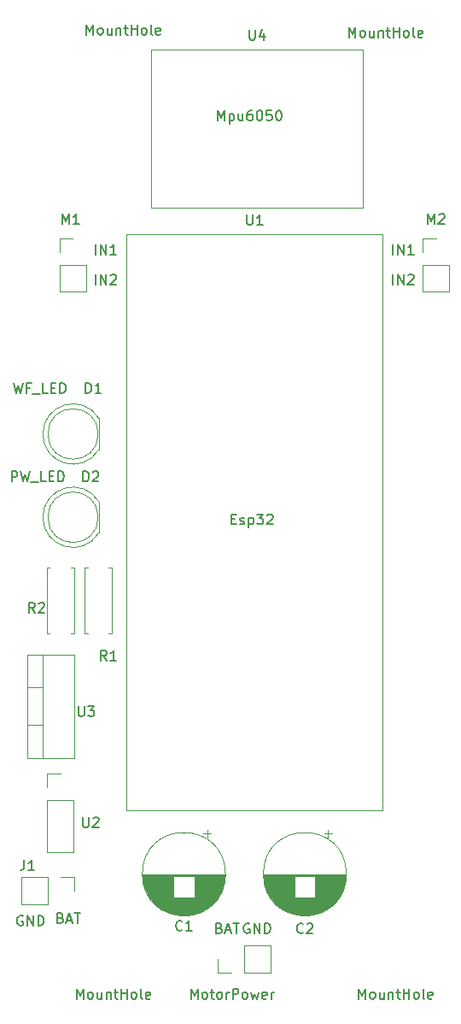
<source format=gbr>
%TF.GenerationSoftware,KiCad,Pcbnew,(6.0.1)*%
%TF.CreationDate,2022-11-21T11:07:04+09:00*%
%TF.ProjectId,Robot,526f626f-742e-46b6-9963-61645f706362,rev?*%
%TF.SameCoordinates,Original*%
%TF.FileFunction,Legend,Top*%
%TF.FilePolarity,Positive*%
%FSLAX46Y46*%
G04 Gerber Fmt 4.6, Leading zero omitted, Abs format (unit mm)*
G04 Created by KiCad (PCBNEW (6.0.1)) date 2022-11-21 11:07:04*
%MOMM*%
%LPD*%
G01*
G04 APERTURE LIST*
%ADD10C,0.200000*%
%ADD11C,0.150000*%
%ADD12C,0.120000*%
G04 APERTURE END LIST*
D10*
X140511904Y-124428571D02*
X140654761Y-124476190D01*
X140702380Y-124523809D01*
X140750000Y-124619047D01*
X140750000Y-124761904D01*
X140702380Y-124857142D01*
X140654761Y-124904761D01*
X140559523Y-124952380D01*
X140178571Y-124952380D01*
X140178571Y-123952380D01*
X140511904Y-123952380D01*
X140607142Y-124000000D01*
X140654761Y-124047619D01*
X140702380Y-124142857D01*
X140702380Y-124238095D01*
X140654761Y-124333333D01*
X140607142Y-124380952D01*
X140511904Y-124428571D01*
X140178571Y-124428571D01*
X141130952Y-124666666D02*
X141607142Y-124666666D01*
X141035714Y-124952380D02*
X141369047Y-123952380D01*
X141702380Y-124952380D01*
X141892857Y-123952380D02*
X142464285Y-123952380D01*
X142178571Y-124952380D02*
X142178571Y-123952380D01*
D11*
X135678571Y-81202380D02*
X135678571Y-80202380D01*
X136059523Y-80202380D01*
X136154761Y-80250000D01*
X136202380Y-80297619D01*
X136250000Y-80392857D01*
X136250000Y-80535714D01*
X136202380Y-80630952D01*
X136154761Y-80678571D01*
X136059523Y-80726190D01*
X135678571Y-80726190D01*
X136583333Y-80202380D02*
X136821428Y-81202380D01*
X137011904Y-80488095D01*
X137202380Y-81202380D01*
X137440476Y-80202380D01*
X137583333Y-81297619D02*
X138345238Y-81297619D01*
X139059523Y-81202380D02*
X138583333Y-81202380D01*
X138583333Y-80202380D01*
X139392857Y-80678571D02*
X139726190Y-80678571D01*
X139869047Y-81202380D02*
X139392857Y-81202380D01*
X139392857Y-80202380D01*
X139869047Y-80202380D01*
X140297619Y-81202380D02*
X140297619Y-80202380D01*
X140535714Y-80202380D01*
X140678571Y-80250000D01*
X140773809Y-80345238D01*
X140821428Y-80440476D01*
X140869047Y-80630952D01*
X140869047Y-80773809D01*
X140821428Y-80964285D01*
X140773809Y-81059523D01*
X140678571Y-81154761D01*
X140535714Y-81202380D01*
X140297619Y-81202380D01*
X135904761Y-71452380D02*
X136142857Y-72452380D01*
X136333333Y-71738095D01*
X136523809Y-72452380D01*
X136761904Y-71452380D01*
X137476190Y-71928571D02*
X137142857Y-71928571D01*
X137142857Y-72452380D02*
X137142857Y-71452380D01*
X137619047Y-71452380D01*
X137761904Y-72547619D02*
X138523809Y-72547619D01*
X139238095Y-72452380D02*
X138761904Y-72452380D01*
X138761904Y-71452380D01*
X139571428Y-71928571D02*
X139904761Y-71928571D01*
X140047619Y-72452380D02*
X139571428Y-72452380D01*
X139571428Y-71452380D01*
X140047619Y-71452380D01*
X140476190Y-72452380D02*
X140476190Y-71452380D01*
X140714285Y-71452380D01*
X140857142Y-71500000D01*
X140952380Y-71595238D01*
X141000000Y-71690476D01*
X141047619Y-71880952D01*
X141047619Y-72023809D01*
X141000000Y-72214285D01*
X140952380Y-72309523D01*
X140857142Y-72404761D01*
X140714285Y-72452380D01*
X140476190Y-72452380D01*
X159238095Y-125000000D02*
X159142857Y-124952380D01*
X159000000Y-124952380D01*
X158857142Y-125000000D01*
X158761904Y-125095238D01*
X158714285Y-125190476D01*
X158666666Y-125380952D01*
X158666666Y-125523809D01*
X158714285Y-125714285D01*
X158761904Y-125809523D01*
X158857142Y-125904761D01*
X159000000Y-125952380D01*
X159095238Y-125952380D01*
X159238095Y-125904761D01*
X159285714Y-125857142D01*
X159285714Y-125523809D01*
X159095238Y-125523809D01*
X159714285Y-125952380D02*
X159714285Y-124952380D01*
X160285714Y-125952380D01*
X160285714Y-124952380D01*
X160761904Y-125952380D02*
X160761904Y-124952380D01*
X161000000Y-124952380D01*
X161142857Y-125000000D01*
X161238095Y-125095238D01*
X161285714Y-125190476D01*
X161333333Y-125380952D01*
X161333333Y-125523809D01*
X161285714Y-125714285D01*
X161238095Y-125809523D01*
X161142857Y-125904761D01*
X161000000Y-125952380D01*
X160761904Y-125952380D01*
X144000000Y-61702380D02*
X144000000Y-60702380D01*
X144476190Y-61702380D02*
X144476190Y-60702380D01*
X145047619Y-61702380D01*
X145047619Y-60702380D01*
X145476190Y-60797619D02*
X145523809Y-60750000D01*
X145619047Y-60702380D01*
X145857142Y-60702380D01*
X145952380Y-60750000D01*
X146000000Y-60797619D01*
X146047619Y-60892857D01*
X146047619Y-60988095D01*
X146000000Y-61130952D01*
X145428571Y-61702380D01*
X146047619Y-61702380D01*
X173500000Y-58702380D02*
X173500000Y-57702380D01*
X173976190Y-58702380D02*
X173976190Y-57702380D01*
X174547619Y-58702380D01*
X174547619Y-57702380D01*
X175547619Y-58702380D02*
X174976190Y-58702380D01*
X175261904Y-58702380D02*
X175261904Y-57702380D01*
X175166666Y-57845238D01*
X175071428Y-57940476D01*
X174976190Y-57988095D01*
X156261904Y-125428571D02*
X156404761Y-125476190D01*
X156452380Y-125523809D01*
X156500000Y-125619047D01*
X156500000Y-125761904D01*
X156452380Y-125857142D01*
X156404761Y-125904761D01*
X156309523Y-125952380D01*
X155928571Y-125952380D01*
X155928571Y-124952380D01*
X156261904Y-124952380D01*
X156357142Y-125000000D01*
X156404761Y-125047619D01*
X156452380Y-125142857D01*
X156452380Y-125238095D01*
X156404761Y-125333333D01*
X156357142Y-125380952D01*
X156261904Y-125428571D01*
X155928571Y-125428571D01*
X156880952Y-125666666D02*
X157357142Y-125666666D01*
X156785714Y-125952380D02*
X157119047Y-124952380D01*
X157452380Y-125952380D01*
X157642857Y-124952380D02*
X158214285Y-124952380D01*
X157928571Y-125952380D02*
X157928571Y-124952380D01*
D10*
X156107142Y-45452380D02*
X156107142Y-44452380D01*
X156440476Y-45166666D01*
X156773809Y-44452380D01*
X156773809Y-45452380D01*
X157250000Y-44785714D02*
X157250000Y-45785714D01*
X157250000Y-44833333D02*
X157345238Y-44785714D01*
X157535714Y-44785714D01*
X157630952Y-44833333D01*
X157678571Y-44880952D01*
X157726190Y-44976190D01*
X157726190Y-45261904D01*
X157678571Y-45357142D01*
X157630952Y-45404761D01*
X157535714Y-45452380D01*
X157345238Y-45452380D01*
X157250000Y-45404761D01*
X158583333Y-44785714D02*
X158583333Y-45452380D01*
X158154761Y-44785714D02*
X158154761Y-45309523D01*
X158202380Y-45404761D01*
X158297619Y-45452380D01*
X158440476Y-45452380D01*
X158535714Y-45404761D01*
X158583333Y-45357142D01*
X159488095Y-44452380D02*
X159297619Y-44452380D01*
X159202380Y-44500000D01*
X159154761Y-44547619D01*
X159059523Y-44690476D01*
X159011904Y-44880952D01*
X159011904Y-45261904D01*
X159059523Y-45357142D01*
X159107142Y-45404761D01*
X159202380Y-45452380D01*
X159392857Y-45452380D01*
X159488095Y-45404761D01*
X159535714Y-45357142D01*
X159583333Y-45261904D01*
X159583333Y-45023809D01*
X159535714Y-44928571D01*
X159488095Y-44880952D01*
X159392857Y-44833333D01*
X159202380Y-44833333D01*
X159107142Y-44880952D01*
X159059523Y-44928571D01*
X159011904Y-45023809D01*
X160202380Y-44452380D02*
X160297619Y-44452380D01*
X160392857Y-44500000D01*
X160440476Y-44547619D01*
X160488095Y-44642857D01*
X160535714Y-44833333D01*
X160535714Y-45071428D01*
X160488095Y-45261904D01*
X160440476Y-45357142D01*
X160392857Y-45404761D01*
X160297619Y-45452380D01*
X160202380Y-45452380D01*
X160107142Y-45404761D01*
X160059523Y-45357142D01*
X160011904Y-45261904D01*
X159964285Y-45071428D01*
X159964285Y-44833333D01*
X160011904Y-44642857D01*
X160059523Y-44547619D01*
X160107142Y-44500000D01*
X160202380Y-44452380D01*
X161440476Y-44452380D02*
X160964285Y-44452380D01*
X160916666Y-44928571D01*
X160964285Y-44880952D01*
X161059523Y-44833333D01*
X161297619Y-44833333D01*
X161392857Y-44880952D01*
X161440476Y-44928571D01*
X161488095Y-45023809D01*
X161488095Y-45261904D01*
X161440476Y-45357142D01*
X161392857Y-45404761D01*
X161297619Y-45452380D01*
X161059523Y-45452380D01*
X160964285Y-45404761D01*
X160916666Y-45357142D01*
X162107142Y-44452380D02*
X162202380Y-44452380D01*
X162297619Y-44500000D01*
X162345238Y-44547619D01*
X162392857Y-44642857D01*
X162440476Y-44833333D01*
X162440476Y-45071428D01*
X162392857Y-45261904D01*
X162345238Y-45357142D01*
X162297619Y-45404761D01*
X162202380Y-45452380D01*
X162107142Y-45452380D01*
X162011904Y-45404761D01*
X161964285Y-45357142D01*
X161916666Y-45261904D01*
X161869047Y-45071428D01*
X161869047Y-44833333D01*
X161916666Y-44642857D01*
X161964285Y-44547619D01*
X162011904Y-44500000D01*
X162107142Y-44452380D01*
D11*
X144000000Y-58702380D02*
X144000000Y-57702380D01*
X144476190Y-58702380D02*
X144476190Y-57702380D01*
X145047619Y-58702380D01*
X145047619Y-57702380D01*
X146047619Y-58702380D02*
X145476190Y-58702380D01*
X145761904Y-58702380D02*
X145761904Y-57702380D01*
X145666666Y-57845238D01*
X145571428Y-57940476D01*
X145476190Y-57988095D01*
X173500000Y-61702380D02*
X173500000Y-60702380D01*
X173976190Y-61702380D02*
X173976190Y-60702380D01*
X174547619Y-61702380D01*
X174547619Y-60702380D01*
X174976190Y-60797619D02*
X175023809Y-60750000D01*
X175119047Y-60702380D01*
X175357142Y-60702380D01*
X175452380Y-60750000D01*
X175500000Y-60797619D01*
X175547619Y-60892857D01*
X175547619Y-60988095D01*
X175500000Y-61130952D01*
X174928571Y-61702380D01*
X175547619Y-61702380D01*
D10*
X157476190Y-84928571D02*
X157809523Y-84928571D01*
X157952380Y-85452380D02*
X157476190Y-85452380D01*
X157476190Y-84452380D01*
X157952380Y-84452380D01*
X158333333Y-85404761D02*
X158428571Y-85452380D01*
X158619047Y-85452380D01*
X158714285Y-85404761D01*
X158761904Y-85309523D01*
X158761904Y-85261904D01*
X158714285Y-85166666D01*
X158619047Y-85119047D01*
X158476190Y-85119047D01*
X158380952Y-85071428D01*
X158333333Y-84976190D01*
X158333333Y-84928571D01*
X158380952Y-84833333D01*
X158476190Y-84785714D01*
X158619047Y-84785714D01*
X158714285Y-84833333D01*
X159190476Y-84785714D02*
X159190476Y-85785714D01*
X159190476Y-84833333D02*
X159285714Y-84785714D01*
X159476190Y-84785714D01*
X159571428Y-84833333D01*
X159619047Y-84880952D01*
X159666666Y-84976190D01*
X159666666Y-85261904D01*
X159619047Y-85357142D01*
X159571428Y-85404761D01*
X159476190Y-85452380D01*
X159285714Y-85452380D01*
X159190476Y-85404761D01*
X160000000Y-84452380D02*
X160619047Y-84452380D01*
X160285714Y-84833333D01*
X160428571Y-84833333D01*
X160523809Y-84880952D01*
X160571428Y-84928571D01*
X160619047Y-85023809D01*
X160619047Y-85261904D01*
X160571428Y-85357142D01*
X160523809Y-85404761D01*
X160428571Y-85452380D01*
X160142857Y-85452380D01*
X160047619Y-85404761D01*
X160000000Y-85357142D01*
X161000000Y-84547619D02*
X161047619Y-84500000D01*
X161142857Y-84452380D01*
X161380952Y-84452380D01*
X161476190Y-84500000D01*
X161523809Y-84547619D01*
X161571428Y-84642857D01*
X161571428Y-84738095D01*
X161523809Y-84880952D01*
X160952380Y-85452380D01*
X161571428Y-85452380D01*
X136773095Y-124250000D02*
X136677857Y-124202380D01*
X136535000Y-124202380D01*
X136392142Y-124250000D01*
X136296904Y-124345238D01*
X136249285Y-124440476D01*
X136201666Y-124630952D01*
X136201666Y-124773809D01*
X136249285Y-124964285D01*
X136296904Y-125059523D01*
X136392142Y-125154761D01*
X136535000Y-125202380D01*
X136630238Y-125202380D01*
X136773095Y-125154761D01*
X136820714Y-125107142D01*
X136820714Y-124773809D01*
X136630238Y-124773809D01*
X137249285Y-125202380D02*
X137249285Y-124202380D01*
X137820714Y-125202380D01*
X137820714Y-124202380D01*
X138296904Y-125202380D02*
X138296904Y-124202380D01*
X138535000Y-124202380D01*
X138677857Y-124250000D01*
X138773095Y-124345238D01*
X138820714Y-124440476D01*
X138868333Y-124630952D01*
X138868333Y-124773809D01*
X138820714Y-124964285D01*
X138773095Y-125059523D01*
X138677857Y-125154761D01*
X138535000Y-125202380D01*
X138296904Y-125202380D01*
D11*
%TO.C,MotorPower*%
X153452380Y-132452380D02*
X153452380Y-131452380D01*
X153785714Y-132166666D01*
X154119047Y-131452380D01*
X154119047Y-132452380D01*
X154738095Y-132452380D02*
X154642857Y-132404761D01*
X154595238Y-132357142D01*
X154547619Y-132261904D01*
X154547619Y-131976190D01*
X154595238Y-131880952D01*
X154642857Y-131833333D01*
X154738095Y-131785714D01*
X154880952Y-131785714D01*
X154976190Y-131833333D01*
X155023809Y-131880952D01*
X155071428Y-131976190D01*
X155071428Y-132261904D01*
X155023809Y-132357142D01*
X154976190Y-132404761D01*
X154880952Y-132452380D01*
X154738095Y-132452380D01*
X155357142Y-131785714D02*
X155738095Y-131785714D01*
X155500000Y-131452380D02*
X155500000Y-132309523D01*
X155547619Y-132404761D01*
X155642857Y-132452380D01*
X155738095Y-132452380D01*
X156214285Y-132452380D02*
X156119047Y-132404761D01*
X156071428Y-132357142D01*
X156023809Y-132261904D01*
X156023809Y-131976190D01*
X156071428Y-131880952D01*
X156119047Y-131833333D01*
X156214285Y-131785714D01*
X156357142Y-131785714D01*
X156452380Y-131833333D01*
X156500000Y-131880952D01*
X156547619Y-131976190D01*
X156547619Y-132261904D01*
X156500000Y-132357142D01*
X156452380Y-132404761D01*
X156357142Y-132452380D01*
X156214285Y-132452380D01*
X156976190Y-132452380D02*
X156976190Y-131785714D01*
X156976190Y-131976190D02*
X157023809Y-131880952D01*
X157071428Y-131833333D01*
X157166666Y-131785714D01*
X157261904Y-131785714D01*
X157595238Y-132452380D02*
X157595238Y-131452380D01*
X157976190Y-131452380D01*
X158071428Y-131500000D01*
X158119047Y-131547619D01*
X158166666Y-131642857D01*
X158166666Y-131785714D01*
X158119047Y-131880952D01*
X158071428Y-131928571D01*
X157976190Y-131976190D01*
X157595238Y-131976190D01*
X158738095Y-132452380D02*
X158642857Y-132404761D01*
X158595238Y-132357142D01*
X158547619Y-132261904D01*
X158547619Y-131976190D01*
X158595238Y-131880952D01*
X158642857Y-131833333D01*
X158738095Y-131785714D01*
X158880952Y-131785714D01*
X158976190Y-131833333D01*
X159023809Y-131880952D01*
X159071428Y-131976190D01*
X159071428Y-132261904D01*
X159023809Y-132357142D01*
X158976190Y-132404761D01*
X158880952Y-132452380D01*
X158738095Y-132452380D01*
X159404761Y-131785714D02*
X159595238Y-132452380D01*
X159785714Y-131976190D01*
X159976190Y-132452380D01*
X160166666Y-131785714D01*
X160928571Y-132404761D02*
X160833333Y-132452380D01*
X160642857Y-132452380D01*
X160547619Y-132404761D01*
X160500000Y-132309523D01*
X160500000Y-131928571D01*
X160547619Y-131833333D01*
X160642857Y-131785714D01*
X160833333Y-131785714D01*
X160928571Y-131833333D01*
X160976190Y-131928571D01*
X160976190Y-132023809D01*
X160500000Y-132119047D01*
X161404761Y-132452380D02*
X161404761Y-131785714D01*
X161404761Y-131976190D02*
X161452380Y-131880952D01*
X161500000Y-131833333D01*
X161595238Y-131785714D01*
X161690476Y-131785714D01*
%TO.C,M1*%
X140690476Y-55702380D02*
X140690476Y-54702380D01*
X141023809Y-55416666D01*
X141357142Y-54702380D01*
X141357142Y-55702380D01*
X142357142Y-55702380D02*
X141785714Y-55702380D01*
X142071428Y-55702380D02*
X142071428Y-54702380D01*
X141976190Y-54845238D01*
X141880952Y-54940476D01*
X141785714Y-54988095D01*
%TO.C,J1*%
X136916666Y-118702380D02*
X136916666Y-119416666D01*
X136869047Y-119559523D01*
X136773809Y-119654761D01*
X136630952Y-119702380D01*
X136535714Y-119702380D01*
X137916666Y-119702380D02*
X137345238Y-119702380D01*
X137630952Y-119702380D02*
X137630952Y-118702380D01*
X137535714Y-118845238D01*
X137440476Y-118940476D01*
X137345238Y-118988095D01*
%TO.C,M2*%
X176940476Y-55702380D02*
X176940476Y-54702380D01*
X177273809Y-55416666D01*
X177607142Y-54702380D01*
X177607142Y-55702380D01*
X178035714Y-54797619D02*
X178083333Y-54750000D01*
X178178571Y-54702380D01*
X178416666Y-54702380D01*
X178511904Y-54750000D01*
X178559523Y-54797619D01*
X178607142Y-54892857D01*
X178607142Y-54988095D01*
X178559523Y-55130952D01*
X177988095Y-55702380D01*
X178607142Y-55702380D01*
%TO.C,MountHole*%
X169107142Y-37202380D02*
X169107142Y-36202380D01*
X169440476Y-36916666D01*
X169773809Y-36202380D01*
X169773809Y-37202380D01*
X170392857Y-37202380D02*
X170297619Y-37154761D01*
X170250000Y-37107142D01*
X170202380Y-37011904D01*
X170202380Y-36726190D01*
X170250000Y-36630952D01*
X170297619Y-36583333D01*
X170392857Y-36535714D01*
X170535714Y-36535714D01*
X170630952Y-36583333D01*
X170678571Y-36630952D01*
X170726190Y-36726190D01*
X170726190Y-37011904D01*
X170678571Y-37107142D01*
X170630952Y-37154761D01*
X170535714Y-37202380D01*
X170392857Y-37202380D01*
X171583333Y-36535714D02*
X171583333Y-37202380D01*
X171154761Y-36535714D02*
X171154761Y-37059523D01*
X171202380Y-37154761D01*
X171297619Y-37202380D01*
X171440476Y-37202380D01*
X171535714Y-37154761D01*
X171583333Y-37107142D01*
X172059523Y-36535714D02*
X172059523Y-37202380D01*
X172059523Y-36630952D02*
X172107142Y-36583333D01*
X172202380Y-36535714D01*
X172345238Y-36535714D01*
X172440476Y-36583333D01*
X172488095Y-36678571D01*
X172488095Y-37202380D01*
X172821428Y-36535714D02*
X173202380Y-36535714D01*
X172964285Y-36202380D02*
X172964285Y-37059523D01*
X173011904Y-37154761D01*
X173107142Y-37202380D01*
X173202380Y-37202380D01*
X173535714Y-37202380D02*
X173535714Y-36202380D01*
X173535714Y-36678571D02*
X174107142Y-36678571D01*
X174107142Y-37202380D02*
X174107142Y-36202380D01*
X174726190Y-37202380D02*
X174630952Y-37154761D01*
X174583333Y-37107142D01*
X174535714Y-37011904D01*
X174535714Y-36726190D01*
X174583333Y-36630952D01*
X174630952Y-36583333D01*
X174726190Y-36535714D01*
X174869047Y-36535714D01*
X174964285Y-36583333D01*
X175011904Y-36630952D01*
X175059523Y-36726190D01*
X175059523Y-37011904D01*
X175011904Y-37107142D01*
X174964285Y-37154761D01*
X174869047Y-37202380D01*
X174726190Y-37202380D01*
X175630952Y-37202380D02*
X175535714Y-37154761D01*
X175488095Y-37059523D01*
X175488095Y-36202380D01*
X176392857Y-37154761D02*
X176297619Y-37202380D01*
X176107142Y-37202380D01*
X176011904Y-37154761D01*
X175964285Y-37059523D01*
X175964285Y-36678571D01*
X176011904Y-36583333D01*
X176107142Y-36535714D01*
X176297619Y-36535714D01*
X176392857Y-36583333D01*
X176440476Y-36678571D01*
X176440476Y-36773809D01*
X175964285Y-36869047D01*
%TO.C,R1*%
X145083333Y-98952380D02*
X144750000Y-98476190D01*
X144511904Y-98952380D02*
X144511904Y-97952380D01*
X144892857Y-97952380D01*
X144988095Y-98000000D01*
X145035714Y-98047619D01*
X145083333Y-98142857D01*
X145083333Y-98285714D01*
X145035714Y-98380952D01*
X144988095Y-98428571D01*
X144892857Y-98476190D01*
X144511904Y-98476190D01*
X146035714Y-98952380D02*
X145464285Y-98952380D01*
X145750000Y-98952380D02*
X145750000Y-97952380D01*
X145654761Y-98095238D01*
X145559523Y-98190476D01*
X145464285Y-98238095D01*
%TO.C,C2*%
X164583333Y-125857142D02*
X164535714Y-125904761D01*
X164392857Y-125952380D01*
X164297619Y-125952380D01*
X164154761Y-125904761D01*
X164059523Y-125809523D01*
X164011904Y-125714285D01*
X163964285Y-125523809D01*
X163964285Y-125380952D01*
X164011904Y-125190476D01*
X164059523Y-125095238D01*
X164154761Y-125000000D01*
X164297619Y-124952380D01*
X164392857Y-124952380D01*
X164535714Y-125000000D01*
X164583333Y-125047619D01*
X164964285Y-125047619D02*
X165011904Y-125000000D01*
X165107142Y-124952380D01*
X165345238Y-124952380D01*
X165440476Y-125000000D01*
X165488095Y-125047619D01*
X165535714Y-125142857D01*
X165535714Y-125238095D01*
X165488095Y-125380952D01*
X164916666Y-125952380D01*
X165535714Y-125952380D01*
%TO.C,D1*%
X143011904Y-72452380D02*
X143011904Y-71452380D01*
X143250000Y-71452380D01*
X143392857Y-71500000D01*
X143488095Y-71595238D01*
X143535714Y-71690476D01*
X143583333Y-71880952D01*
X143583333Y-72023809D01*
X143535714Y-72214285D01*
X143488095Y-72309523D01*
X143392857Y-72404761D01*
X143250000Y-72452380D01*
X143011904Y-72452380D01*
X144535714Y-72452380D02*
X143964285Y-72452380D01*
X144250000Y-72452380D02*
X144250000Y-71452380D01*
X144154761Y-71595238D01*
X144059523Y-71690476D01*
X143964285Y-71738095D01*
%TO.C,MountHole*%
X170107142Y-132452380D02*
X170107142Y-131452380D01*
X170440476Y-132166666D01*
X170773809Y-131452380D01*
X170773809Y-132452380D01*
X171392857Y-132452380D02*
X171297619Y-132404761D01*
X171250000Y-132357142D01*
X171202380Y-132261904D01*
X171202380Y-131976190D01*
X171250000Y-131880952D01*
X171297619Y-131833333D01*
X171392857Y-131785714D01*
X171535714Y-131785714D01*
X171630952Y-131833333D01*
X171678571Y-131880952D01*
X171726190Y-131976190D01*
X171726190Y-132261904D01*
X171678571Y-132357142D01*
X171630952Y-132404761D01*
X171535714Y-132452380D01*
X171392857Y-132452380D01*
X172583333Y-131785714D02*
X172583333Y-132452380D01*
X172154761Y-131785714D02*
X172154761Y-132309523D01*
X172202380Y-132404761D01*
X172297619Y-132452380D01*
X172440476Y-132452380D01*
X172535714Y-132404761D01*
X172583333Y-132357142D01*
X173059523Y-131785714D02*
X173059523Y-132452380D01*
X173059523Y-131880952D02*
X173107142Y-131833333D01*
X173202380Y-131785714D01*
X173345238Y-131785714D01*
X173440476Y-131833333D01*
X173488095Y-131928571D01*
X173488095Y-132452380D01*
X173821428Y-131785714D02*
X174202380Y-131785714D01*
X173964285Y-131452380D02*
X173964285Y-132309523D01*
X174011904Y-132404761D01*
X174107142Y-132452380D01*
X174202380Y-132452380D01*
X174535714Y-132452380D02*
X174535714Y-131452380D01*
X174535714Y-131928571D02*
X175107142Y-131928571D01*
X175107142Y-132452380D02*
X175107142Y-131452380D01*
X175726190Y-132452380D02*
X175630952Y-132404761D01*
X175583333Y-132357142D01*
X175535714Y-132261904D01*
X175535714Y-131976190D01*
X175583333Y-131880952D01*
X175630952Y-131833333D01*
X175726190Y-131785714D01*
X175869047Y-131785714D01*
X175964285Y-131833333D01*
X176011904Y-131880952D01*
X176059523Y-131976190D01*
X176059523Y-132261904D01*
X176011904Y-132357142D01*
X175964285Y-132404761D01*
X175869047Y-132452380D01*
X175726190Y-132452380D01*
X176630952Y-132452380D02*
X176535714Y-132404761D01*
X176488095Y-132309523D01*
X176488095Y-131452380D01*
X177392857Y-132404761D02*
X177297619Y-132452380D01*
X177107142Y-132452380D01*
X177011904Y-132404761D01*
X176964285Y-132309523D01*
X176964285Y-131928571D01*
X177011904Y-131833333D01*
X177107142Y-131785714D01*
X177297619Y-131785714D01*
X177392857Y-131833333D01*
X177440476Y-131928571D01*
X177440476Y-132023809D01*
X176964285Y-132119047D01*
%TO.C,U1*%
X158988095Y-54782380D02*
X158988095Y-55591904D01*
X159035714Y-55687142D01*
X159083333Y-55734761D01*
X159178571Y-55782380D01*
X159369047Y-55782380D01*
X159464285Y-55734761D01*
X159511904Y-55687142D01*
X159559523Y-55591904D01*
X159559523Y-54782380D01*
X160559523Y-55782380D02*
X159988095Y-55782380D01*
X160273809Y-55782380D02*
X160273809Y-54782380D01*
X160178571Y-54925238D01*
X160083333Y-55020476D01*
X159988095Y-55068095D01*
%TO.C,U3*%
X142293095Y-103452380D02*
X142293095Y-104261904D01*
X142340714Y-104357142D01*
X142388333Y-104404761D01*
X142483571Y-104452380D01*
X142674047Y-104452380D01*
X142769285Y-104404761D01*
X142816904Y-104357142D01*
X142864523Y-104261904D01*
X142864523Y-103452380D01*
X143245476Y-103452380D02*
X143864523Y-103452380D01*
X143531190Y-103833333D01*
X143674047Y-103833333D01*
X143769285Y-103880952D01*
X143816904Y-103928571D01*
X143864523Y-104023809D01*
X143864523Y-104261904D01*
X143816904Y-104357142D01*
X143769285Y-104404761D01*
X143674047Y-104452380D01*
X143388333Y-104452380D01*
X143293095Y-104404761D01*
X143245476Y-104357142D01*
%TO.C,U2*%
X142738095Y-114452380D02*
X142738095Y-115261904D01*
X142785714Y-115357142D01*
X142833333Y-115404761D01*
X142928571Y-115452380D01*
X143119047Y-115452380D01*
X143214285Y-115404761D01*
X143261904Y-115357142D01*
X143309523Y-115261904D01*
X143309523Y-114452380D01*
X143738095Y-114547619D02*
X143785714Y-114500000D01*
X143880952Y-114452380D01*
X144119047Y-114452380D01*
X144214285Y-114500000D01*
X144261904Y-114547619D01*
X144309523Y-114642857D01*
X144309523Y-114738095D01*
X144261904Y-114880952D01*
X143690476Y-115452380D01*
X144309523Y-115452380D01*
%TO.C,R2*%
X137963333Y-94202380D02*
X137630000Y-93726190D01*
X137391904Y-94202380D02*
X137391904Y-93202380D01*
X137772857Y-93202380D01*
X137868095Y-93250000D01*
X137915714Y-93297619D01*
X137963333Y-93392857D01*
X137963333Y-93535714D01*
X137915714Y-93630952D01*
X137868095Y-93678571D01*
X137772857Y-93726190D01*
X137391904Y-93726190D01*
X138344285Y-93297619D02*
X138391904Y-93250000D01*
X138487142Y-93202380D01*
X138725238Y-93202380D01*
X138820476Y-93250000D01*
X138868095Y-93297619D01*
X138915714Y-93392857D01*
X138915714Y-93488095D01*
X138868095Y-93630952D01*
X138296666Y-94202380D01*
X138915714Y-94202380D01*
%TO.C,C1*%
X152583333Y-125607142D02*
X152535714Y-125654761D01*
X152392857Y-125702380D01*
X152297619Y-125702380D01*
X152154761Y-125654761D01*
X152059523Y-125559523D01*
X152011904Y-125464285D01*
X151964285Y-125273809D01*
X151964285Y-125130952D01*
X152011904Y-124940476D01*
X152059523Y-124845238D01*
X152154761Y-124750000D01*
X152297619Y-124702380D01*
X152392857Y-124702380D01*
X152535714Y-124750000D01*
X152583333Y-124797619D01*
X153535714Y-125702380D02*
X152964285Y-125702380D01*
X153250000Y-125702380D02*
X153250000Y-124702380D01*
X153154761Y-124845238D01*
X153059523Y-124940476D01*
X152964285Y-124988095D01*
%TO.C,D2*%
X142761904Y-81202380D02*
X142761904Y-80202380D01*
X143000000Y-80202380D01*
X143142857Y-80250000D01*
X143238095Y-80345238D01*
X143285714Y-80440476D01*
X143333333Y-80630952D01*
X143333333Y-80773809D01*
X143285714Y-80964285D01*
X143238095Y-81059523D01*
X143142857Y-81154761D01*
X143000000Y-81202380D01*
X142761904Y-81202380D01*
X143714285Y-80297619D02*
X143761904Y-80250000D01*
X143857142Y-80202380D01*
X144095238Y-80202380D01*
X144190476Y-80250000D01*
X144238095Y-80297619D01*
X144285714Y-80392857D01*
X144285714Y-80488095D01*
X144238095Y-80630952D01*
X143666666Y-81202380D01*
X144285714Y-81202380D01*
%TO.C,MountHole*%
X142107142Y-132452380D02*
X142107142Y-131452380D01*
X142440476Y-132166666D01*
X142773809Y-131452380D01*
X142773809Y-132452380D01*
X143392857Y-132452380D02*
X143297619Y-132404761D01*
X143250000Y-132357142D01*
X143202380Y-132261904D01*
X143202380Y-131976190D01*
X143250000Y-131880952D01*
X143297619Y-131833333D01*
X143392857Y-131785714D01*
X143535714Y-131785714D01*
X143630952Y-131833333D01*
X143678571Y-131880952D01*
X143726190Y-131976190D01*
X143726190Y-132261904D01*
X143678571Y-132357142D01*
X143630952Y-132404761D01*
X143535714Y-132452380D01*
X143392857Y-132452380D01*
X144583333Y-131785714D02*
X144583333Y-132452380D01*
X144154761Y-131785714D02*
X144154761Y-132309523D01*
X144202380Y-132404761D01*
X144297619Y-132452380D01*
X144440476Y-132452380D01*
X144535714Y-132404761D01*
X144583333Y-132357142D01*
X145059523Y-131785714D02*
X145059523Y-132452380D01*
X145059523Y-131880952D02*
X145107142Y-131833333D01*
X145202380Y-131785714D01*
X145345238Y-131785714D01*
X145440476Y-131833333D01*
X145488095Y-131928571D01*
X145488095Y-132452380D01*
X145821428Y-131785714D02*
X146202380Y-131785714D01*
X145964285Y-131452380D02*
X145964285Y-132309523D01*
X146011904Y-132404761D01*
X146107142Y-132452380D01*
X146202380Y-132452380D01*
X146535714Y-132452380D02*
X146535714Y-131452380D01*
X146535714Y-131928571D02*
X147107142Y-131928571D01*
X147107142Y-132452380D02*
X147107142Y-131452380D01*
X147726190Y-132452380D02*
X147630952Y-132404761D01*
X147583333Y-132357142D01*
X147535714Y-132261904D01*
X147535714Y-131976190D01*
X147583333Y-131880952D01*
X147630952Y-131833333D01*
X147726190Y-131785714D01*
X147869047Y-131785714D01*
X147964285Y-131833333D01*
X148011904Y-131880952D01*
X148059523Y-131976190D01*
X148059523Y-132261904D01*
X148011904Y-132357142D01*
X147964285Y-132404761D01*
X147869047Y-132452380D01*
X147726190Y-132452380D01*
X148630952Y-132452380D02*
X148535714Y-132404761D01*
X148488095Y-132309523D01*
X148488095Y-131452380D01*
X149392857Y-132404761D02*
X149297619Y-132452380D01*
X149107142Y-132452380D01*
X149011904Y-132404761D01*
X148964285Y-132309523D01*
X148964285Y-131928571D01*
X149011904Y-131833333D01*
X149107142Y-131785714D01*
X149297619Y-131785714D01*
X149392857Y-131833333D01*
X149440476Y-131928571D01*
X149440476Y-132023809D01*
X148964285Y-132119047D01*
%TO.C,U4*%
X159238095Y-36452380D02*
X159238095Y-37261904D01*
X159285714Y-37357142D01*
X159333333Y-37404761D01*
X159428571Y-37452380D01*
X159619047Y-37452380D01*
X159714285Y-37404761D01*
X159761904Y-37357142D01*
X159809523Y-37261904D01*
X159809523Y-36452380D01*
X160714285Y-36785714D02*
X160714285Y-37452380D01*
X160476190Y-36404761D02*
X160238095Y-37119047D01*
X160857142Y-37119047D01*
%TO.C,MountHole*%
X143107142Y-36952380D02*
X143107142Y-35952380D01*
X143440476Y-36666666D01*
X143773809Y-35952380D01*
X143773809Y-36952380D01*
X144392857Y-36952380D02*
X144297619Y-36904761D01*
X144250000Y-36857142D01*
X144202380Y-36761904D01*
X144202380Y-36476190D01*
X144250000Y-36380952D01*
X144297619Y-36333333D01*
X144392857Y-36285714D01*
X144535714Y-36285714D01*
X144630952Y-36333333D01*
X144678571Y-36380952D01*
X144726190Y-36476190D01*
X144726190Y-36761904D01*
X144678571Y-36857142D01*
X144630952Y-36904761D01*
X144535714Y-36952380D01*
X144392857Y-36952380D01*
X145583333Y-36285714D02*
X145583333Y-36952380D01*
X145154761Y-36285714D02*
X145154761Y-36809523D01*
X145202380Y-36904761D01*
X145297619Y-36952380D01*
X145440476Y-36952380D01*
X145535714Y-36904761D01*
X145583333Y-36857142D01*
X146059523Y-36285714D02*
X146059523Y-36952380D01*
X146059523Y-36380952D02*
X146107142Y-36333333D01*
X146202380Y-36285714D01*
X146345238Y-36285714D01*
X146440476Y-36333333D01*
X146488095Y-36428571D01*
X146488095Y-36952380D01*
X146821428Y-36285714D02*
X147202380Y-36285714D01*
X146964285Y-35952380D02*
X146964285Y-36809523D01*
X147011904Y-36904761D01*
X147107142Y-36952380D01*
X147202380Y-36952380D01*
X147535714Y-36952380D02*
X147535714Y-35952380D01*
X147535714Y-36428571D02*
X148107142Y-36428571D01*
X148107142Y-36952380D02*
X148107142Y-35952380D01*
X148726190Y-36952380D02*
X148630952Y-36904761D01*
X148583333Y-36857142D01*
X148535714Y-36761904D01*
X148535714Y-36476190D01*
X148583333Y-36380952D01*
X148630952Y-36333333D01*
X148726190Y-36285714D01*
X148869047Y-36285714D01*
X148964285Y-36333333D01*
X149011904Y-36380952D01*
X149059523Y-36476190D01*
X149059523Y-36761904D01*
X149011904Y-36857142D01*
X148964285Y-36904761D01*
X148869047Y-36952380D01*
X148726190Y-36952380D01*
X149630952Y-36952380D02*
X149535714Y-36904761D01*
X149488095Y-36809523D01*
X149488095Y-35952380D01*
X150392857Y-36904761D02*
X150297619Y-36952380D01*
X150107142Y-36952380D01*
X150011904Y-36904761D01*
X149964285Y-36809523D01*
X149964285Y-36428571D01*
X150011904Y-36333333D01*
X150107142Y-36285714D01*
X150297619Y-36285714D01*
X150392857Y-36333333D01*
X150440476Y-36428571D01*
X150440476Y-36523809D01*
X149964285Y-36619047D01*
D12*
%TO.C,MotorPower*%
X158745000Y-129830000D02*
X161345000Y-129830000D01*
X161345000Y-129830000D02*
X161345000Y-127170000D01*
X158745000Y-127170000D02*
X161345000Y-127170000D01*
X156145000Y-129830000D02*
X156145000Y-128500000D01*
X157475000Y-129830000D02*
X156145000Y-129830000D01*
X158745000Y-129830000D02*
X158745000Y-127170000D01*
%TO.C,M1*%
X140420000Y-58500000D02*
X140420000Y-57170000D01*
X143080000Y-59770000D02*
X143080000Y-62370000D01*
X140420000Y-57170000D02*
X141750000Y-57170000D01*
X140420000Y-59770000D02*
X143080000Y-59770000D01*
X140420000Y-62370000D02*
X143080000Y-62370000D01*
X140420000Y-59770000D02*
X140420000Y-62370000D01*
%TO.C,J1*%
X139265000Y-123080000D02*
X136665000Y-123080000D01*
X141865000Y-120420000D02*
X141865000Y-121750000D01*
X139265000Y-120420000D02*
X136665000Y-120420000D01*
X139265000Y-120420000D02*
X139265000Y-123080000D01*
X136665000Y-120420000D02*
X136665000Y-123080000D01*
X140535000Y-120420000D02*
X141865000Y-120420000D01*
%TO.C,M2*%
X176420000Y-58500000D02*
X176420000Y-57170000D01*
X179080000Y-59770000D02*
X179080000Y-62370000D01*
X176420000Y-57170000D02*
X177750000Y-57170000D01*
X176420000Y-59770000D02*
X176420000Y-62370000D01*
X176420000Y-59770000D02*
X179080000Y-59770000D01*
X176420000Y-62370000D02*
X179080000Y-62370000D01*
%TO.C,R1*%
X145620000Y-96270000D02*
X145290000Y-96270000D01*
X145290000Y-89730000D02*
X145620000Y-89730000D01*
X143210000Y-89730000D02*
X142880000Y-89730000D01*
X142880000Y-89730000D02*
X142880000Y-96270000D01*
X145620000Y-89730000D02*
X145620000Y-96270000D01*
X142880000Y-96270000D02*
X143210000Y-96270000D01*
%TO.C,C2*%
X167150000Y-123418349D02*
X162350000Y-123418349D01*
X163710000Y-122258349D02*
X161281000Y-122258349D01*
X168454000Y-121818349D02*
X165790000Y-121818349D01*
X168524000Y-121658349D02*
X165790000Y-121658349D01*
X168585000Y-121498349D02*
X165790000Y-121498349D01*
X163710000Y-120457349D02*
X160685000Y-120457349D01*
X163710000Y-122098349D02*
X161188000Y-122098349D01*
X168780000Y-120737349D02*
X165790000Y-120737349D01*
X168059000Y-122498349D02*
X161441000Y-122498349D01*
X166714000Y-123698349D02*
X162786000Y-123698349D01*
X166203000Y-123938349D02*
X163297000Y-123938349D01*
X166302000Y-123898349D02*
X163198000Y-123898349D01*
X163710000Y-122058349D02*
X161166000Y-122058349D01*
X163710000Y-121618349D02*
X160960000Y-121618349D01*
X167695000Y-122938349D02*
X161805000Y-122938349D01*
X168774000Y-120777349D02*
X165790000Y-120777349D01*
X163710000Y-122138349D02*
X161210000Y-122138349D01*
X168243000Y-122218349D02*
X165790000Y-122218349D01*
X163710000Y-120577349D02*
X160698000Y-120577349D01*
X168697000Y-121138349D02*
X165790000Y-121138349D01*
X168707000Y-121098349D02*
X165790000Y-121098349D01*
X168540000Y-121618349D02*
X165790000Y-121618349D01*
X163710000Y-122178349D02*
X161233000Y-122178349D01*
X163710000Y-121258349D02*
X160836000Y-121258349D01*
X168416000Y-121898349D02*
X165790000Y-121898349D01*
X163710000Y-120377349D02*
X160679000Y-120377349D01*
X168312000Y-122098349D02*
X165790000Y-122098349D01*
X168472000Y-121778349D02*
X165790000Y-121778349D01*
X163710000Y-121098349D02*
X160793000Y-121098349D01*
X163710000Y-121738349D02*
X161010000Y-121738349D01*
X168798000Y-120617349D02*
X165790000Y-120617349D01*
X168818000Y-120417349D02*
X165790000Y-120417349D01*
X163710000Y-122378349D02*
X161358000Y-122378349D01*
X163710000Y-121818349D02*
X161046000Y-121818349D01*
X167095000Y-123458349D02*
X162405000Y-123458349D01*
X168030000Y-122538349D02*
X161470000Y-122538349D01*
X168767000Y-120818349D02*
X165790000Y-120818349D01*
X163710000Y-120737349D02*
X160720000Y-120737349D01*
X167401000Y-123218349D02*
X162099000Y-123218349D01*
X167576000Y-123058349D02*
X161924000Y-123058349D01*
X163710000Y-120337349D02*
X160676000Y-120337349D01*
X163710000Y-120818349D02*
X160733000Y-120818349D01*
X167906000Y-122698349D02*
X161594000Y-122698349D01*
X163710000Y-121378349D02*
X160873000Y-121378349D01*
X168735000Y-120978349D02*
X165790000Y-120978349D01*
X168675000Y-121218349D02*
X165790000Y-121218349D01*
X163710000Y-121938349D02*
X161103000Y-121938349D01*
X167306000Y-123298349D02*
X162194000Y-123298349D01*
X163710000Y-122018349D02*
X161144000Y-122018349D01*
X163710000Y-120697349D02*
X160713000Y-120697349D01*
X168827000Y-120257349D02*
X160673000Y-120257349D01*
X168792000Y-120657349D02*
X165790000Y-120657349D01*
X163710000Y-121498349D02*
X160915000Y-121498349D01*
X163710000Y-121418349D02*
X160887000Y-121418349D01*
X163710000Y-121538349D02*
X160929000Y-121538349D01*
X163710000Y-121178349D02*
X160814000Y-121178349D01*
X168397000Y-121938349D02*
X165790000Y-121938349D01*
X168168000Y-122338349D02*
X165790000Y-122338349D01*
X167354000Y-123258349D02*
X162146000Y-123258349D01*
X168219000Y-122258349D02*
X165790000Y-122258349D01*
X167840000Y-122778349D02*
X161660000Y-122778349D01*
X168829000Y-120217349D02*
X160671000Y-120217349D01*
X167204000Y-123378349D02*
X162296000Y-123378349D01*
X163710000Y-120938349D02*
X160756000Y-120938349D01*
X163710000Y-120617349D02*
X160702000Y-120617349D01*
X163710000Y-121138349D02*
X160803000Y-121138349D01*
X163710000Y-121298349D02*
X160848000Y-121298349D01*
X167733000Y-122898349D02*
X161767000Y-122898349D01*
X163710000Y-122298349D02*
X161306000Y-122298349D01*
X166978000Y-123538349D02*
X162522000Y-123538349D01*
X167255000Y-123338349D02*
X162245000Y-123338349D01*
X168652000Y-121298349D02*
X165790000Y-121298349D01*
X163710000Y-120777349D02*
X160726000Y-120777349D01*
X168507000Y-121698349D02*
X165790000Y-121698349D01*
X168627000Y-121378349D02*
X165790000Y-121378349D01*
X166481000Y-123818349D02*
X163019000Y-123818349D01*
X168802000Y-120577349D02*
X165790000Y-120577349D01*
X167617000Y-123018349D02*
X161883000Y-123018349D01*
X168115000Y-122418349D02*
X161385000Y-122418349D01*
X163710000Y-121698349D02*
X160993000Y-121698349D01*
X168194000Y-122298349D02*
X165790000Y-122298349D01*
X168639000Y-121338349D02*
X165790000Y-121338349D01*
X165518000Y-124138349D02*
X163982000Y-124138349D01*
X168290000Y-122138349D02*
X165790000Y-122138349D01*
X168830000Y-120177349D02*
X160670000Y-120177349D01*
X167874000Y-122738349D02*
X161626000Y-122738349D01*
X163710000Y-122218349D02*
X161257000Y-122218349D01*
X163710000Y-120657349D02*
X160708000Y-120657349D01*
X167534000Y-123098349D02*
X161966000Y-123098349D01*
X163710000Y-121658349D02*
X160976000Y-121658349D01*
X168821000Y-120377349D02*
X165790000Y-120377349D01*
X166395000Y-123858349D02*
X163105000Y-123858349D01*
X166640000Y-123738349D02*
X162860000Y-123738349D01*
X168760000Y-120858349D02*
X165790000Y-120858349D01*
X168815000Y-120457349D02*
X165790000Y-120457349D01*
X168726000Y-121018349D02*
X165790000Y-121018349D01*
X168436000Y-121858349D02*
X165790000Y-121858349D01*
X168787000Y-120697349D02*
X165790000Y-120697349D01*
X168664000Y-121258349D02*
X165790000Y-121258349D01*
X167065000Y-115687651D02*
X167065000Y-116487651D01*
X168600000Y-121458349D02*
X165790000Y-121458349D01*
X165698000Y-124098349D02*
X163802000Y-124098349D01*
X167491000Y-123138349D02*
X162009000Y-123138349D01*
X163710000Y-120417349D02*
X160682000Y-120417349D01*
X168334000Y-122058349D02*
X165790000Y-122058349D01*
X163710000Y-121458349D02*
X160900000Y-121458349D01*
X163710000Y-121978349D02*
X161123000Y-121978349D01*
X167939000Y-122658349D02*
X161561000Y-122658349D01*
X163710000Y-120898349D02*
X160748000Y-120898349D01*
X168717000Y-121058349D02*
X165790000Y-121058349D01*
X165283000Y-124178349D02*
X164217000Y-124178349D01*
X163710000Y-120497349D02*
X160689000Y-120497349D01*
X167037000Y-123498349D02*
X162463000Y-123498349D01*
X163710000Y-121018349D02*
X160774000Y-121018349D01*
X166852000Y-123618349D02*
X162648000Y-123618349D01*
X168267000Y-122178349D02*
X165790000Y-122178349D01*
X163710000Y-120537349D02*
X160693000Y-120537349D01*
X167970000Y-122618349D02*
X161530000Y-122618349D01*
X168830000Y-120097349D02*
X160670000Y-120097349D01*
X167805000Y-122818349D02*
X161695000Y-122818349D01*
X166096000Y-123978349D02*
X163404000Y-123978349D01*
X163710000Y-121578349D02*
X160945000Y-121578349D01*
X168490000Y-121738349D02*
X165790000Y-121738349D01*
X167447000Y-123178349D02*
X162053000Y-123178349D01*
X163710000Y-122338349D02*
X161332000Y-122338349D01*
X168613000Y-121418349D02*
X165790000Y-121418349D01*
X166563000Y-123778349D02*
X162937000Y-123778349D01*
X168811000Y-120497349D02*
X165790000Y-120497349D01*
X167769000Y-122858349D02*
X161731000Y-122858349D01*
X163710000Y-121058349D02*
X160783000Y-121058349D01*
X168555000Y-121578349D02*
X165790000Y-121578349D01*
X167465000Y-116087651D02*
X166665000Y-116087651D01*
X163710000Y-120858349D02*
X160740000Y-120858349D01*
X168752000Y-120898349D02*
X165790000Y-120898349D01*
X168088000Y-122458349D02*
X161412000Y-122458349D01*
X168377000Y-121978349D02*
X165790000Y-121978349D01*
X168686000Y-121178349D02*
X165790000Y-121178349D01*
X166916000Y-123578349D02*
X162584000Y-123578349D01*
X163710000Y-121778349D02*
X161028000Y-121778349D01*
X168142000Y-122378349D02*
X165790000Y-122378349D01*
X168356000Y-122018349D02*
X165790000Y-122018349D01*
X163710000Y-121898349D02*
X161084000Y-121898349D01*
X168571000Y-121538349D02*
X165790000Y-121538349D01*
X168826000Y-120297349D02*
X160674000Y-120297349D01*
X163710000Y-121218349D02*
X160825000Y-121218349D01*
X166784000Y-123658349D02*
X162716000Y-123658349D01*
X163710000Y-121858349D02*
X161064000Y-121858349D01*
X168744000Y-120938349D02*
X165790000Y-120938349D01*
X167657000Y-122978349D02*
X161843000Y-122978349D01*
X165848000Y-124058349D02*
X163652000Y-124058349D01*
X168830000Y-120137349D02*
X160670000Y-120137349D01*
X168000000Y-122578349D02*
X161500000Y-122578349D01*
X163710000Y-120978349D02*
X160765000Y-120978349D01*
X163710000Y-121338349D02*
X160861000Y-121338349D01*
X168807000Y-120537349D02*
X165790000Y-120537349D01*
X165979000Y-124018349D02*
X163521000Y-124018349D01*
X168824000Y-120337349D02*
X165790000Y-120337349D01*
X168870000Y-120097349D02*
G75*
G03*
X168870000Y-120097349I-4120000J0D01*
G01*
%TO.C,D1*%
X144315000Y-78045000D02*
X144315000Y-74955000D01*
X138765000Y-76499538D02*
G75*
G03*
X144315000Y-78044830I2990000J-462D01*
G01*
X144315000Y-74955170D02*
G75*
G03*
X138765000Y-76500462I-2560000J-1544830D01*
G01*
X144255000Y-76500000D02*
G75*
G03*
X144255000Y-76500000I-2500000J0D01*
G01*
%TO.C,U1*%
X147050000Y-56750000D02*
X172450000Y-56750000D01*
X172450000Y-56750000D02*
X172450000Y-113750000D01*
X172450000Y-113750000D02*
X147050000Y-113750000D01*
X147050000Y-113750000D02*
X147050000Y-56750000D01*
%TO.C,U3*%
X137230000Y-108580000D02*
X137230000Y-98340000D01*
X137230000Y-108580000D02*
X141871000Y-108580000D01*
X137230000Y-105310000D02*
X138740000Y-105310000D01*
X138740000Y-108580000D02*
X138740000Y-98340000D01*
X137230000Y-101609000D02*
X138740000Y-101609000D01*
X137230000Y-98340000D02*
X141871000Y-98340000D01*
X141871000Y-108580000D02*
X141871000Y-98340000D01*
%TO.C,U2*%
X139170000Y-117885000D02*
X141830000Y-117885000D01*
X141830000Y-112745000D02*
X141830000Y-117885000D01*
X139170000Y-112745000D02*
X141830000Y-112745000D01*
X139170000Y-112745000D02*
X139170000Y-117885000D01*
X139170000Y-110145000D02*
X140500000Y-110145000D01*
X139170000Y-111475000D02*
X139170000Y-110145000D01*
%TO.C,R2*%
X141870000Y-96270000D02*
X141870000Y-89730000D01*
X139130000Y-96270000D02*
X139130000Y-89730000D01*
X141540000Y-96270000D02*
X141870000Y-96270000D01*
X139130000Y-89730000D02*
X139460000Y-89730000D01*
X141870000Y-89730000D02*
X141540000Y-89730000D01*
X139460000Y-96270000D02*
X139130000Y-96270000D01*
%TO.C,C1*%
X155769000Y-122858349D02*
X149731000Y-122858349D01*
X151710000Y-120858349D02*
X148740000Y-120858349D01*
X155805000Y-122818349D02*
X149695000Y-122818349D01*
X156792000Y-120657349D02*
X153790000Y-120657349D01*
X156472000Y-121778349D02*
X153790000Y-121778349D01*
X151710000Y-121458349D02*
X148900000Y-121458349D01*
X151710000Y-120737349D02*
X148720000Y-120737349D01*
X156826000Y-120297349D02*
X148674000Y-120297349D01*
X156312000Y-122098349D02*
X153790000Y-122098349D01*
X155065000Y-115687651D02*
X155065000Y-116487651D01*
X156830000Y-120097349D02*
X148670000Y-120097349D01*
X156454000Y-121818349D02*
X153790000Y-121818349D01*
X151710000Y-121218349D02*
X148825000Y-121218349D01*
X151710000Y-120938349D02*
X148756000Y-120938349D01*
X151710000Y-120337349D02*
X148676000Y-120337349D01*
X151710000Y-122138349D02*
X149210000Y-122138349D01*
X151710000Y-121298349D02*
X148848000Y-121298349D01*
X155447000Y-123178349D02*
X150053000Y-123178349D01*
X155733000Y-122898349D02*
X149767000Y-122898349D01*
X151710000Y-121498349D02*
X148915000Y-121498349D01*
X151710000Y-120377349D02*
X148679000Y-120377349D01*
X156507000Y-121698349D02*
X153790000Y-121698349D01*
X155465000Y-116087651D02*
X154665000Y-116087651D01*
X154302000Y-123898349D02*
X151198000Y-123898349D01*
X155095000Y-123458349D02*
X150405000Y-123458349D01*
X156115000Y-122418349D02*
X149385000Y-122418349D01*
X156811000Y-120497349D02*
X153790000Y-120497349D01*
X151710000Y-120617349D02*
X148702000Y-120617349D01*
X156807000Y-120537349D02*
X153790000Y-120537349D01*
X155534000Y-123098349D02*
X149966000Y-123098349D01*
X151710000Y-121058349D02*
X148783000Y-121058349D01*
X156397000Y-121938349D02*
X153790000Y-121938349D01*
X155037000Y-123498349D02*
X150463000Y-123498349D01*
X151710000Y-122378349D02*
X149358000Y-122378349D01*
X151710000Y-121978349D02*
X149123000Y-121978349D01*
X151710000Y-120777349D02*
X148726000Y-120777349D01*
X156744000Y-120938349D02*
X153790000Y-120938349D01*
X151710000Y-120537349D02*
X148693000Y-120537349D01*
X151710000Y-122058349D02*
X149166000Y-122058349D01*
X155840000Y-122778349D02*
X149660000Y-122778349D01*
X154096000Y-123978349D02*
X151404000Y-123978349D01*
X151710000Y-121538349D02*
X148929000Y-121538349D01*
X156787000Y-120697349D02*
X153790000Y-120697349D01*
X156142000Y-122378349D02*
X153790000Y-122378349D01*
X154203000Y-123938349D02*
X151297000Y-123938349D01*
X155576000Y-123058349D02*
X149924000Y-123058349D01*
X156194000Y-122298349D02*
X153790000Y-122298349D01*
X156697000Y-121138349D02*
X153790000Y-121138349D01*
X156416000Y-121898349D02*
X153790000Y-121898349D01*
X156726000Y-121018349D02*
X153790000Y-121018349D01*
X151710000Y-121658349D02*
X148976000Y-121658349D01*
X156675000Y-121218349D02*
X153790000Y-121218349D01*
X151710000Y-120978349D02*
X148765000Y-120978349D01*
X151710000Y-121138349D02*
X148803000Y-121138349D01*
X151710000Y-122178349D02*
X149233000Y-122178349D01*
X153283000Y-124178349D02*
X152217000Y-124178349D01*
X156830000Y-120177349D02*
X148670000Y-120177349D01*
X151710000Y-120577349D02*
X148698000Y-120577349D01*
X155906000Y-122698349D02*
X149594000Y-122698349D01*
X155939000Y-122658349D02*
X149561000Y-122658349D01*
X151710000Y-122258349D02*
X149281000Y-122258349D01*
X156821000Y-120377349D02*
X153790000Y-120377349D01*
X151710000Y-121698349D02*
X148993000Y-121698349D01*
X156652000Y-121298349D02*
X153790000Y-121298349D01*
X156243000Y-122218349D02*
X153790000Y-122218349D01*
X153518000Y-124138349D02*
X151982000Y-124138349D01*
X154852000Y-123618349D02*
X150648000Y-123618349D01*
X156059000Y-122498349D02*
X149441000Y-122498349D01*
X155255000Y-123338349D02*
X150245000Y-123338349D01*
X154916000Y-123578349D02*
X150584000Y-123578349D01*
X154640000Y-123738349D02*
X150860000Y-123738349D01*
X156802000Y-120577349D02*
X153790000Y-120577349D01*
X151710000Y-120497349D02*
X148689000Y-120497349D01*
X155204000Y-123378349D02*
X150296000Y-123378349D01*
X151710000Y-121258349D02*
X148836000Y-121258349D01*
X156686000Y-121178349D02*
X153790000Y-121178349D01*
X156000000Y-122578349D02*
X149500000Y-122578349D01*
X151710000Y-120818349D02*
X148733000Y-120818349D01*
X156571000Y-121538349D02*
X153790000Y-121538349D01*
X153979000Y-124018349D02*
X151521000Y-124018349D01*
X156600000Y-121458349D02*
X153790000Y-121458349D01*
X156490000Y-121738349D02*
X153790000Y-121738349D01*
X151710000Y-122218349D02*
X149257000Y-122218349D01*
X151710000Y-122018349D02*
X149144000Y-122018349D01*
X155306000Y-123298349D02*
X150194000Y-123298349D01*
X156707000Y-121098349D02*
X153790000Y-121098349D01*
X151710000Y-120697349D02*
X148713000Y-120697349D01*
X156613000Y-121418349D02*
X153790000Y-121418349D01*
X154784000Y-123658349D02*
X150716000Y-123658349D01*
X155874000Y-122738349D02*
X149626000Y-122738349D01*
X156767000Y-120818349D02*
X153790000Y-120818349D01*
X156524000Y-121658349D02*
X153790000Y-121658349D01*
X156627000Y-121378349D02*
X153790000Y-121378349D01*
X154395000Y-123858349D02*
X151105000Y-123858349D01*
X151710000Y-121178349D02*
X148814000Y-121178349D01*
X151710000Y-121898349D02*
X149084000Y-121898349D01*
X156639000Y-121338349D02*
X153790000Y-121338349D01*
X154563000Y-123778349D02*
X150937000Y-123778349D01*
X156774000Y-120777349D02*
X153790000Y-120777349D01*
X153698000Y-124098349D02*
X151802000Y-124098349D01*
X156168000Y-122338349D02*
X153790000Y-122338349D01*
X151710000Y-121858349D02*
X149064000Y-121858349D01*
X155354000Y-123258349D02*
X150146000Y-123258349D01*
X151710000Y-121098349D02*
X148793000Y-121098349D01*
X151710000Y-120457349D02*
X148685000Y-120457349D01*
X151710000Y-122298349D02*
X149306000Y-122298349D01*
X156830000Y-120137349D02*
X148670000Y-120137349D01*
X155970000Y-122618349D02*
X149530000Y-122618349D01*
X151710000Y-121818349D02*
X149046000Y-121818349D01*
X156815000Y-120457349D02*
X153790000Y-120457349D01*
X156829000Y-120217349D02*
X148671000Y-120217349D01*
X155150000Y-123418349D02*
X150350000Y-123418349D01*
X156760000Y-120858349D02*
X153790000Y-120858349D01*
X155657000Y-122978349D02*
X149843000Y-122978349D01*
X155695000Y-122938349D02*
X149805000Y-122938349D01*
X155401000Y-123218349D02*
X150099000Y-123218349D01*
X156088000Y-122458349D02*
X149412000Y-122458349D01*
X155491000Y-123138349D02*
X150009000Y-123138349D01*
X154714000Y-123698349D02*
X150786000Y-123698349D01*
X156735000Y-120978349D02*
X153790000Y-120978349D01*
X156827000Y-120257349D02*
X148673000Y-120257349D01*
X156818000Y-120417349D02*
X153790000Y-120417349D01*
X151710000Y-121618349D02*
X148960000Y-121618349D01*
X151710000Y-122098349D02*
X149188000Y-122098349D01*
X151710000Y-121378349D02*
X148873000Y-121378349D01*
X154481000Y-123818349D02*
X151019000Y-123818349D01*
X156334000Y-122058349D02*
X153790000Y-122058349D01*
X156540000Y-121618349D02*
X153790000Y-121618349D01*
X156267000Y-122178349D02*
X153790000Y-122178349D01*
X151710000Y-121418349D02*
X148887000Y-121418349D01*
X151710000Y-121578349D02*
X148945000Y-121578349D01*
X151710000Y-120417349D02*
X148682000Y-120417349D01*
X156436000Y-121858349D02*
X153790000Y-121858349D01*
X156356000Y-122018349D02*
X153790000Y-122018349D01*
X156798000Y-120617349D02*
X153790000Y-120617349D01*
X151710000Y-121018349D02*
X148774000Y-121018349D01*
X151710000Y-121738349D02*
X149010000Y-121738349D01*
X151710000Y-122338349D02*
X149332000Y-122338349D01*
X155617000Y-123018349D02*
X149883000Y-123018349D01*
X153848000Y-124058349D02*
X151652000Y-124058349D01*
X151710000Y-120657349D02*
X148708000Y-120657349D01*
X156290000Y-122138349D02*
X153790000Y-122138349D01*
X156752000Y-120898349D02*
X153790000Y-120898349D01*
X156219000Y-122258349D02*
X153790000Y-122258349D01*
X151710000Y-120898349D02*
X148748000Y-120898349D01*
X156030000Y-122538349D02*
X149470000Y-122538349D01*
X156717000Y-121058349D02*
X153790000Y-121058349D01*
X151710000Y-121338349D02*
X148861000Y-121338349D01*
X151710000Y-121778349D02*
X149028000Y-121778349D01*
X156585000Y-121498349D02*
X153790000Y-121498349D01*
X151710000Y-121938349D02*
X149103000Y-121938349D01*
X156377000Y-121978349D02*
X153790000Y-121978349D01*
X156824000Y-120337349D02*
X153790000Y-120337349D01*
X154978000Y-123538349D02*
X150522000Y-123538349D01*
X156664000Y-121258349D02*
X153790000Y-121258349D01*
X156780000Y-120737349D02*
X153790000Y-120737349D01*
X156555000Y-121578349D02*
X153790000Y-121578349D01*
X156870000Y-120097349D02*
G75*
G03*
X156870000Y-120097349I-4120000J0D01*
G01*
%TO.C,D2*%
X144315000Y-86295000D02*
X144315000Y-83205000D01*
X144315000Y-83205170D02*
G75*
G03*
X138765000Y-84750462I-2560000J-1544830D01*
G01*
X138765000Y-84749538D02*
G75*
G03*
X144315000Y-86294830I2990000J-462D01*
G01*
X144255000Y-84750000D02*
G75*
G03*
X144255000Y-84750000I-2500000J0D01*
G01*
%TO.C,U4*%
X149500000Y-54050000D02*
X170500000Y-54050000D01*
X170500000Y-54050000D02*
X170500000Y-38450000D01*
X170500000Y-38450000D02*
X149500000Y-38450000D01*
X149500000Y-38450000D02*
X149500000Y-54050000D01*
%TD*%
M02*

</source>
